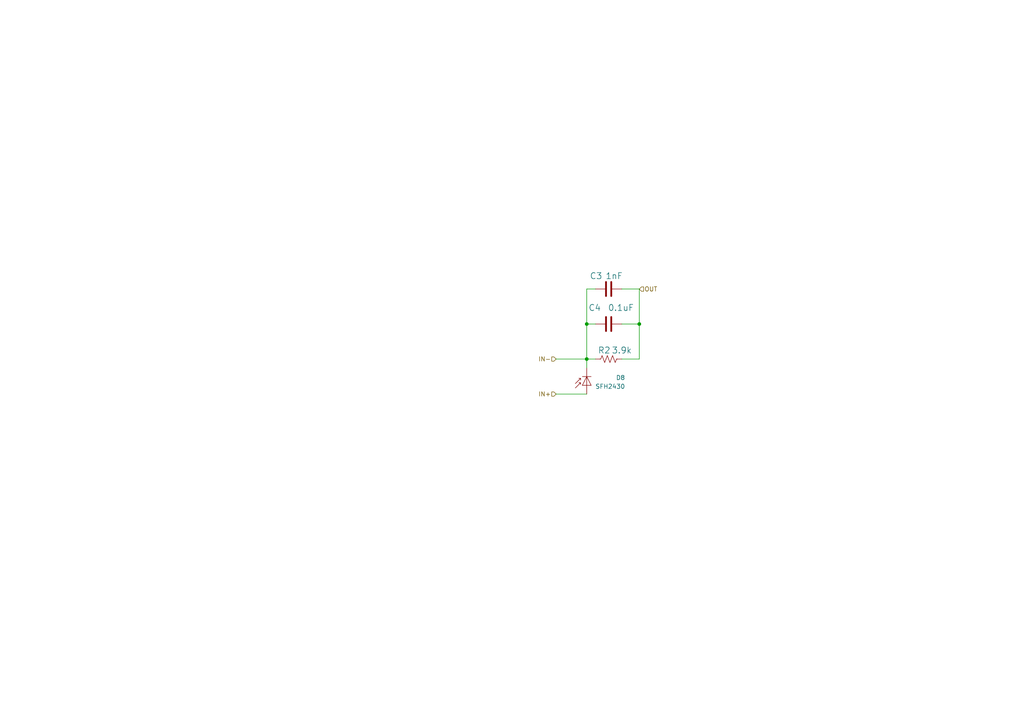
<source format=kicad_sch>
(kicad_sch (version 20231120) (generator "eeschema") (generator_version "8.0")
  (paper "A4")
  (lib_symbols
    (symbol "Device:C" (pin_numbers hide) (pin_names (offset 0.254))
      (property "Reference" "C" (at 0.635 2.54 0))
      (property "Value" "C" (at 0.635 -2.54 0))
      (symbol "C_0_1"
        (polyline (pts (xy -2.032 -0.762) (xy 2.032 -0.762)) (stroke (width 0.508)))
        (polyline (pts (xy -2.032 0.762) (xy 2.032 0.762)) (stroke (width 0.508)))
      )
      (symbol "C_1_1"
        (pin passive line (at 0 3.81 270) (length 2.794) (name "~") (number "1"))
        (pin passive line (at 0 -3.81 90) (length 2.794) (name "~") (number "2"))
      )
    )
    (symbol "Device:R_US" (pin_numbers hide) (pin_names (offset 0))
      (property "Reference" "R" (at 2.54 0 90))
      (property "Value" "R_US" (at -2.54 0 90))
      (symbol "R_US_0_1"
        (polyline (pts (xy 0 -2.286) (xy 0 -2.54)))
        (polyline (pts (xy 0 2.286) (xy 0 2.54)))
        (polyline (pts (xy 0 -0.762) (xy 1.016 -1.143) (xy 0 -1.524) (xy -1.016 -1.905) (xy 0 -2.286)))
        (polyline (pts (xy 0 0.762) (xy 1.016 0.381) (xy 0 0) (xy -1.016 -0.381) (xy 0 -0.762)))
        (polyline (pts (xy 0 2.286) (xy 1.016 1.905) (xy 0 1.524) (xy -1.016 1.143) (xy 0 0.762)))
      )
      (symbol "R_US_1_1"
        (pin passive line (at 0 3.81 270) (length 1.27) (name "~") (number "1"))
        (pin passive line (at 0 -3.81 90) (length 1.27) (name "~") (number "2"))
      )
    )
    (symbol "Sensor_Optical:SFH2430" (pin_numbers hide) (pin_names (offset 1.016) hide)
      (property "Reference" "D" (at 0.508 1.778 0))
      (property "Value" "SFH2430" (at -1.016 -2.794 0))
      (symbol "SFH2430_0_1"
        (polyline (pts (xy -2.54 1.27) (xy -2.54 -1.27)) (stroke (width 0.1524)))
        (polyline (pts (xy -2.032 1.778) (xy -1.524 1.778)))
        (polyline (pts (xy 0 -1.27) (xy 0 1.27)))
        (polyline (pts (xy 0 0) (xy -2.54 0)))
        (polyline (pts (xy -0.508 3.302) (xy -2.032 1.778) (xy -2.032 2.286)))
        (polyline (pts (xy 0 1.27) (xy -2.54 0) (xy 0 -1.27)))
        (polyline (pts (xy 0.762 3.302) (xy -0.762 1.778) (xy -0.762 2.286) (xy -0.762 1.778) (xy -0.254 1.778)))
      )
      (symbol "SFH2430_1_1"
        (pin passive line (at -5.08 0 0) (length 2.54) (name "K") (number "1"))
        (pin passive line (at 2.54 0 180) (length 2.54) (name "A") (number "2"))
      )
    )
  )
  (junction (at 185.42 93.98))
  (junction (at 170.18 93.98))
  (junction (at 170.18 104.14))
  (wire (pts (xy 161.29 114.3) (xy 170.18 114.3)))
  (wire (pts (xy 185.42 93.98) (xy 185.42 104.14)))
  (wire (pts (xy 170.18 104.14) (xy 170.18 106.68)))
  (wire (pts (xy 170.18 93.98) (xy 172.72 93.98)))
  (wire (pts (xy 170.18 93.98) (xy 170.18 104.14)))
  (wire (pts (xy 180.34 93.98) (xy 185.42 93.98)))
  (wire (pts (xy 161.29 104.14) (xy 170.18 104.14)))
  (wire (pts (xy 180.34 104.14) (xy 185.42 104.14)))
  (wire (pts (xy 180.34 83.82) (xy 185.42 83.82)))
  (wire (pts (xy 185.42 83.82) (xy 185.42 93.98)))
  (wire (pts (xy 170.18 83.82) (xy 170.18 93.98)))
  (wire (pts (xy 170.18 104.14) (xy 172.72 104.14)))
  (wire (pts (xy 170.18 83.82) (xy 172.72 83.82)))
  (hierarchical_label "IN-" (shape input) (at 161.29 104.14 180))
  (hierarchical_label "IN+" (shape input) (at 161.29 114.3 180))
  (hierarchical_label "OUT" (shape input) (at 185.42 83.8454 0))
  (symbol (lib_id "Device:C") (at 176.53 93.98 90) (unit 1)
    (property "Reference" "C4" (at 174.3964 88.2396 90) (effects (font (size 1.778 1.778)) (justify left bottom)))
    (property "Value" "0.1uF" (at 183.9468 88.2396 90) (effects (font (size 1.778 1.778)) (justify left bottom)))
    (property "Footprint" "Capacitor_SMD:C_0603_1608Metric" (effects (hide yes)))
    (property "Description" "Unpolarized capacitor" (effects (hide yes)))
    (instances (project "Z_Panels" (path "" (reference "C4") (unit 1)) (path "" (reference "C2") (unit 1))))
  )
  (symbol (lib_id "Sensor_Optical:SFH2430") (at 170.18 111.76 90) (mirror x) (unit 1)
    (property "Reference" "D8" (at 181.3306 109.5502 90) (effects (justify left)))
    (property "Value" "SFH2430" (at 181.3306 112.0902 90) (effects (justify left)))
    (property "Footprint" "OptoDevice:Osram_SFH2430" (effects (hide yes)))
    (property "Datasheet" "https://dammedia.osram.info/media/resource/hires/osram-dam-5467144/SFH%202430_EN.pdf" (effects (hide yes)))
    (instances (project "Z_Panels" (path "" (reference "D8") (unit 1)) (path "" (reference "D7") (unit 1))))
  )
  (symbol (lib_id "Device:R_US") (at 176.53 104.14 90) (unit 1)
    (property "Reference" "R2" (at 175.26 101.6 90) (effects (font (size 1.778 1.778))))
    (property "Value" "3.9k" (at 180.34 101.6 90) (effects (font (size 1.778 1.778))))
    (property "Footprint" "Resistor_SMD:R_0603_1608Metric" (effects (hide yes)))
    (instances (project "Z_Panels" (path "" (reference "R2") (unit 1)) (path "" (reference "R1") (unit 1))))
  )
  (symbol (lib_id "Device:C") (at 176.53 83.82 90) (unit 1)
    (property "Reference" "C3" (at 174.7774 79.0194 90) (effects (font (size 1.778 1.778)) (justify left bottom)))
    (property "Value" "1nF" (at 180.6956 79.0194 90) (effects (font (size 1.778 1.778)) (justify left bottom)))
    (property "Footprint" "Capacitor_SMD:C_0603_1608Metric" (effects (hide yes)))
    (property "Description" "Unpolarized capacitor" (effects (hide yes)))
    (instances (project "Z_Panels" (path "" (reference "C3") (unit 1)) (path "" (reference "C1") (unit 1))))
  )
)
</source>
